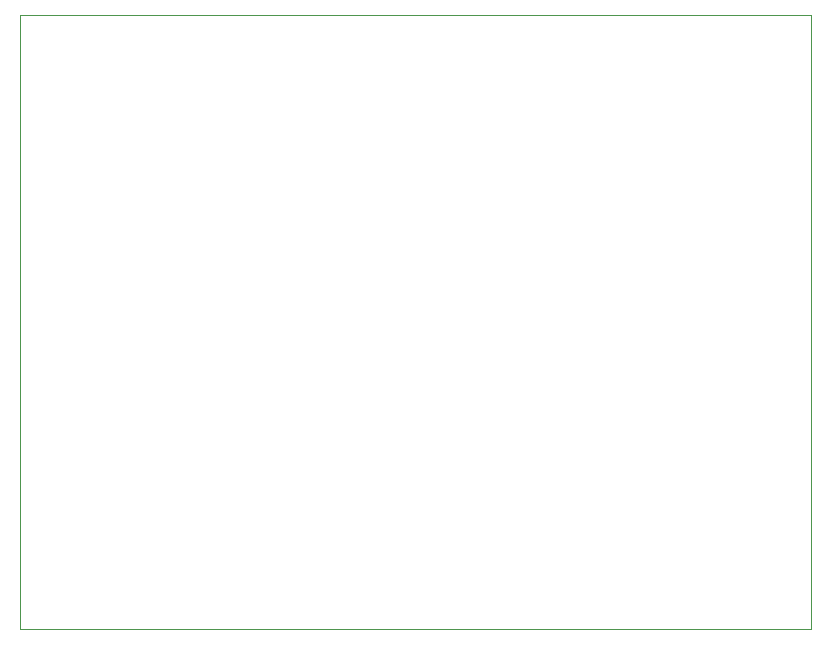
<source format=gbr>
%TF.GenerationSoftware,KiCad,Pcbnew,8.0.7*%
%TF.CreationDate,2025-08-08T15:29:20+05:30*%
%TF.ProjectId,power board_v1,706f7765-7220-4626-9f61-72645f76312e,rev?*%
%TF.SameCoordinates,Original*%
%TF.FileFunction,Profile,NP*%
%FSLAX46Y46*%
G04 Gerber Fmt 4.6, Leading zero omitted, Abs format (unit mm)*
G04 Created by KiCad (PCBNEW 8.0.7) date 2025-08-08 15:29:20*
%MOMM*%
%LPD*%
G01*
G04 APERTURE LIST*
%TA.AperFunction,Profile*%
%ADD10C,0.050000*%
%TD*%
G04 APERTURE END LIST*
D10*
X32625000Y-33750000D02*
X99625000Y-33750000D01*
X99625000Y-85750000D01*
X32625000Y-85750000D01*
X32625000Y-33750000D01*
M02*

</source>
